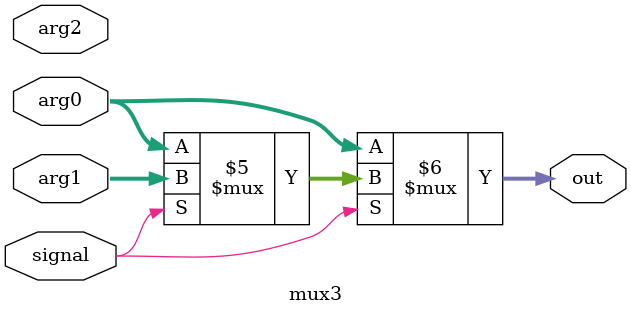
<source format=v>
`timescale 1ns / 1ps

module mux3 #(parameter WIDTH = 32)(
    input wire[WIDTH - 1 : 0] arg0, arg1, arg2,
    input wire signal,
    
    output wire[WIDTH - 1 : 0] out
    );

    assign out = (signal == 2'b00) ? arg0 :
                 (signal == 2'b01) ? arg1 :
                 (signal == 2'b10) ? arg2 : arg0;
endmodule

</source>
